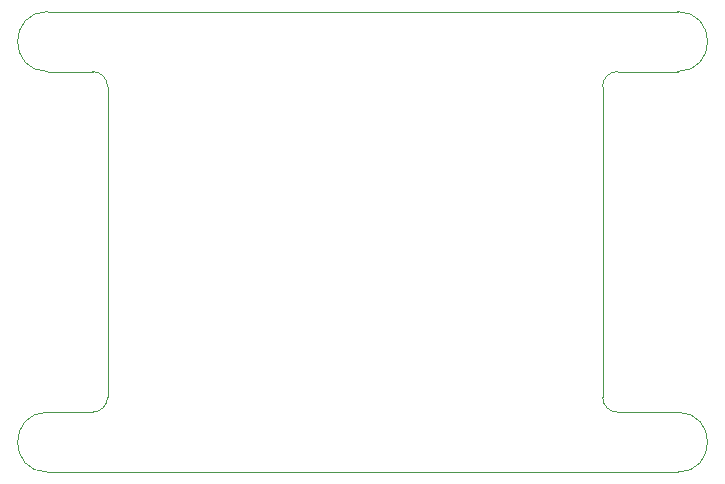
<source format=gbr>
%TF.GenerationSoftware,KiCad,Pcbnew,(6.0.2-0)*%
%TF.CreationDate,2022-03-18T09:48:19+00:00*%
%TF.ProjectId,Epaper213,45706170-6572-4323-9133-2e6b69636164,1*%
%TF.SameCoordinates,Original*%
%TF.FileFunction,Profile,NP*%
%FSLAX46Y46*%
G04 Gerber Fmt 4.6, Leading zero omitted, Abs format (unit mm)*
G04 Created by KiCad (PCBNEW (6.0.2-0)) date 2022-03-18 09:48:19*
%MOMM*%
%LPD*%
G01*
G04 APERTURE LIST*
%TA.AperFunction,Profile*%
%ADD10C,0.050000*%
%TD*%
G04 APERTURE END LIST*
D10*
X129540000Y-71490002D02*
G75*
G03*
X128270000Y-70220002I-1269999J1D01*
G01*
X172720000Y-70220002D02*
G75*
G03*
X171450000Y-71490002I-1J-1269999D01*
G01*
X171450000Y-97789998D02*
G75*
G03*
X172720000Y-99059998I1269999J-1D01*
G01*
X128270000Y-99060000D02*
G75*
G03*
X129540000Y-97790000I0J1270000D01*
G01*
X177800000Y-99059998D02*
X172720000Y-99059998D01*
X177800000Y-104140000D02*
G75*
G03*
X177800000Y-99059998I0J2540001D01*
G01*
X177800000Y-70220002D02*
X172720000Y-70220002D01*
X177800000Y-70220002D02*
G75*
G03*
X177800000Y-65140000I0J2540001D01*
G01*
X124460000Y-70220002D02*
X128270000Y-70220002D01*
X124460000Y-65140000D02*
G75*
G03*
X124460000Y-70220002I0J-2540001D01*
G01*
X124460000Y-99059998D02*
G75*
G03*
X124460000Y-104140000I0J-2540001D01*
G01*
X129540000Y-97790000D02*
X129540000Y-71490002D01*
X124460000Y-104140000D02*
X177800000Y-104140000D01*
X124460001Y-99059998D02*
X128270000Y-99060000D01*
X124460000Y-65140000D02*
X177800000Y-65140000D01*
X171450000Y-71490002D02*
X171450000Y-97789998D01*
M02*

</source>
